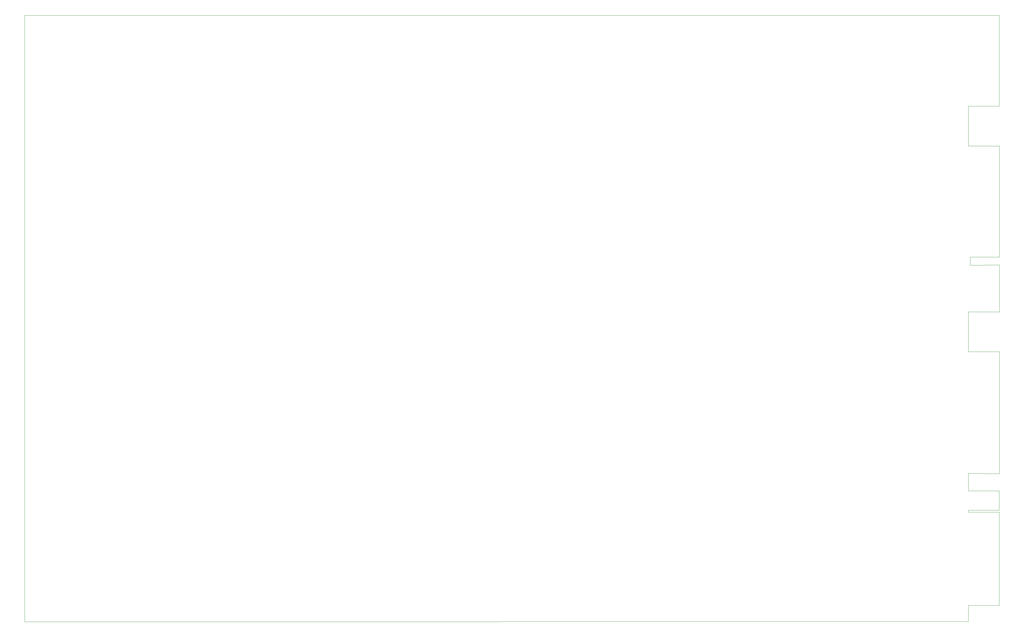
<source format=gm1>
G04 #@! TF.GenerationSoftware,KiCad,Pcbnew,6.0.5-a6ca702e91~116~ubuntu20.04.1*
G04 #@! TF.CreationDate,2022-08-26T23:18:18-04:00*
G04 #@! TF.ProjectId,gp-mpu,67702d6d-7075-42e6-9b69-6361645f7063,rev?*
G04 #@! TF.SameCoordinates,Original*
G04 #@! TF.FileFunction,Profile,NP*
%FSLAX46Y46*%
G04 Gerber Fmt 4.6, Leading zero omitted, Abs format (unit mm)*
G04 Created by KiCad (PCBNEW 6.0.5-a6ca702e91~116~ubuntu20.04.1) date 2022-08-26 23:18:18*
%MOMM*%
%LPD*%
G01*
G04 APERTURE LIST*
G04 #@! TA.AperFunction,Profile*
%ADD10C,0.100000*%
G04 #@! TD*
G04 #@! TA.AperFunction,Profile*
%ADD11C,0.120000*%
G04 #@! TD*
G04 APERTURE END LIST*
D10*
X292481000Y-103378000D02*
X292481000Y-93314000D01*
X292430200Y-143484600D02*
X302133000Y-143510000D01*
X302006000Y-1270000D02*
X-5000Y-1270000D01*
X302107600Y-105714800D02*
X302133000Y-143510000D01*
X-5000Y-189484000D02*
X292405200Y-189402200D01*
X292506400Y-29464000D02*
X292608000Y-29464000D01*
X292481000Y-31750000D02*
X292481000Y-29464000D01*
X-5000Y-1270000D02*
X-5000Y-189484000D01*
X302006000Y-29464000D02*
X302006000Y-1270000D01*
X302006000Y-29464000D02*
X292506400Y-29464000D01*
X292481000Y-31750000D02*
X292481000Y-41814000D01*
X292430200Y-146302200D02*
X292430200Y-143484600D01*
X292455600Y-105714800D02*
X302107600Y-105714800D01*
X292455600Y-105714800D02*
X292481000Y-103378000D01*
D11*
X292480200Y-155502200D02*
X292480200Y-154852200D01*
X302030200Y-155502200D02*
X292480200Y-155502200D01*
X292480200Y-154852200D02*
X302030200Y-154852200D01*
X302030200Y-154852200D02*
X302030200Y-148827200D01*
X292405200Y-184402200D02*
X292405200Y-189402200D01*
X302030200Y-184402200D02*
X292405200Y-184402200D01*
X292430200Y-148752200D02*
X292430200Y-146302200D01*
X302030200Y-155502200D02*
X302030200Y-184402200D01*
D10*
X292418300Y-148827200D02*
X302030200Y-148827200D01*
D11*
X302025000Y-93314000D02*
X292525000Y-93314000D01*
X293025000Y-76314000D02*
X302100000Y-76314000D01*
X302100000Y-78789000D02*
X293025000Y-78814000D01*
X302100000Y-41814000D02*
X302100000Y-76314000D01*
X293025000Y-78814000D02*
X293025000Y-76314000D01*
X302100000Y-41814000D02*
X292525000Y-41814000D01*
X302100000Y-78789000D02*
X302100000Y-93289000D01*
M02*

</source>
